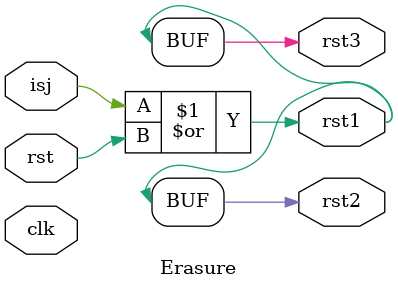
<source format=v>
module  Erasure(isj, rst1, rst2, rst3, clk, rst);
  input isj,clk,rst;
  output rst1,rst2,rst3;
  wire rst1,rst2,rst3;
  
  assign {rst1,rst2,rst3} = {3{isj|rst}};

endmodule

</source>
